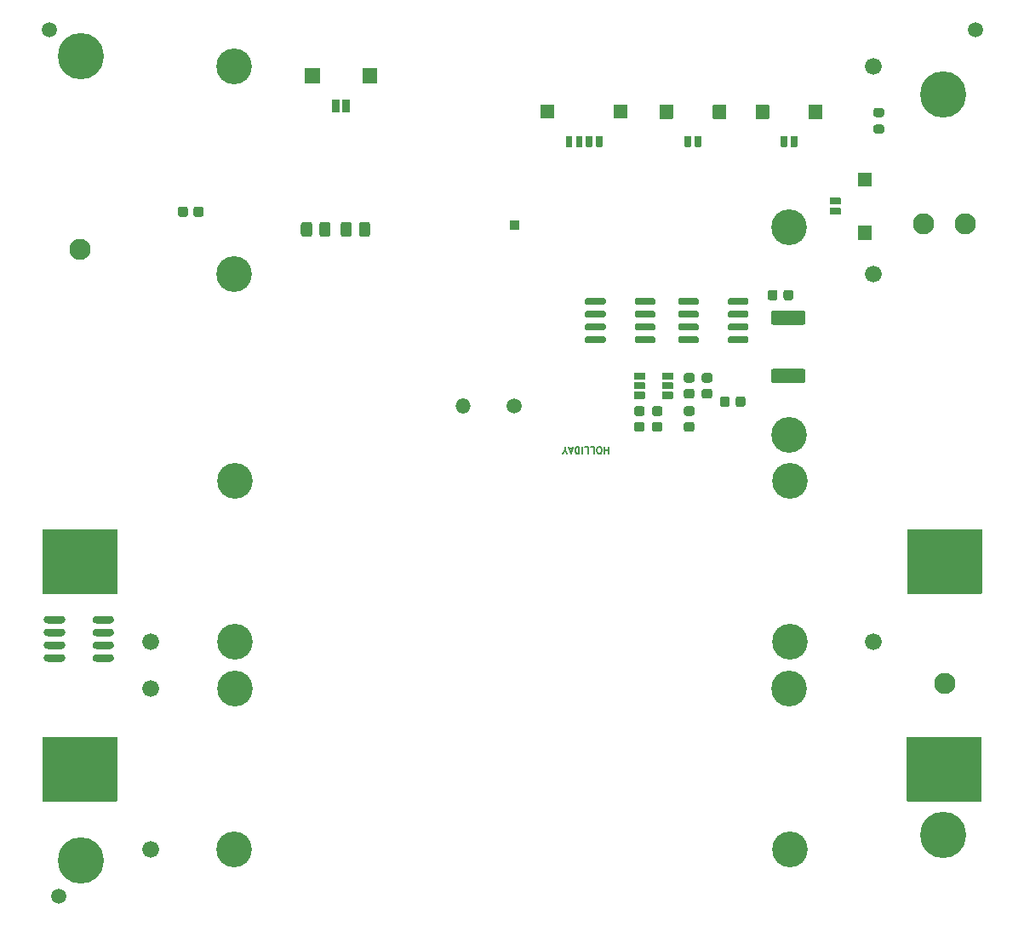
<source format=gts>
%TF.GenerationSoftware,KiCad,Pcbnew,(5.1.9)-1*%
%TF.CreationDate,2022-01-06T16:33:17-10:00*%
%TF.ProjectId,batteryboard,62617474-6572-4796-926f-6172642e6b69,rev?*%
%TF.SameCoordinates,Original*%
%TF.FileFunction,Soldermask,Top*%
%TF.FilePolarity,Negative*%
%FSLAX46Y46*%
G04 Gerber Fmt 4.6, Leading zero omitted, Abs format (unit mm)*
G04 Created by KiCad (PCBNEW (5.1.9)-1) date 2022-01-06 16:33:17*
%MOMM*%
%LPD*%
G01*
G04 APERTURE LIST*
%ADD10C,0.175000*%
%ADD11C,0.010000*%
%ADD12C,1.671600*%
%ADD13C,3.551600*%
%ADD14C,4.601600*%
%ADD15C,1.500000*%
%ADD16O,1.501600X1.501600*%
%ADD17C,1.501600*%
%ADD18C,2.101600*%
G04 APERTURE END LIST*
D10*
X110741020Y-97757813D02*
X110741020Y-98457813D01*
X110741020Y-98124480D02*
X110341020Y-98124480D01*
X110341020Y-97757813D02*
X110341020Y-98457813D01*
X109874353Y-98457813D02*
X109741020Y-98457813D01*
X109674353Y-98424480D01*
X109607686Y-98357813D01*
X109574353Y-98224480D01*
X109574353Y-97991146D01*
X109607686Y-97857813D01*
X109674353Y-97791146D01*
X109741020Y-97757813D01*
X109874353Y-97757813D01*
X109941020Y-97791146D01*
X110007686Y-97857813D01*
X110041020Y-97991146D01*
X110041020Y-98224480D01*
X110007686Y-98357813D01*
X109941020Y-98424480D01*
X109874353Y-98457813D01*
X108941020Y-97757813D02*
X109274353Y-97757813D01*
X109274353Y-98457813D01*
X108374353Y-97757813D02*
X108707686Y-97757813D01*
X108707686Y-98457813D01*
X108141020Y-97757813D02*
X108141020Y-98457813D01*
X107807686Y-97757813D02*
X107807686Y-98457813D01*
X107641020Y-98457813D01*
X107541020Y-98424480D01*
X107474353Y-98357813D01*
X107441020Y-98291146D01*
X107407686Y-98157813D01*
X107407686Y-98057813D01*
X107441020Y-97924480D01*
X107474353Y-97857813D01*
X107541020Y-97791146D01*
X107641020Y-97757813D01*
X107807686Y-97757813D01*
X107141020Y-97957813D02*
X106807686Y-97957813D01*
X107207686Y-97757813D02*
X106974353Y-98457813D01*
X106741020Y-97757813D01*
X106374353Y-98091146D02*
X106374353Y-97757813D01*
X106607686Y-98457813D02*
X106374353Y-98091146D01*
X106141020Y-98457813D01*
D11*
G36*
X84222800Y-63220300D02*
G01*
X84925200Y-63220300D01*
X84925200Y-64372700D01*
X84222800Y-64372700D01*
X84222800Y-63220300D01*
G37*
X84222800Y-63220300D02*
X84925200Y-63220300D01*
X84925200Y-64372700D01*
X84222800Y-64372700D01*
X84222800Y-63220300D01*
G36*
X86242800Y-60080300D02*
G01*
X87655200Y-60080300D01*
X87655200Y-61532700D01*
X86242800Y-61532700D01*
X86242800Y-60080300D01*
G37*
X86242800Y-60080300D02*
X87655200Y-60080300D01*
X87655200Y-61532700D01*
X86242800Y-61532700D01*
X86242800Y-60080300D01*
G36*
X83222800Y-63220300D02*
G01*
X83925200Y-63220300D01*
X83925200Y-64372700D01*
X83222800Y-64372700D01*
X83222800Y-63220300D01*
G37*
X83222800Y-63220300D02*
X83925200Y-63220300D01*
X83925200Y-64372700D01*
X83222800Y-64372700D01*
X83222800Y-63220300D01*
G36*
X80492800Y-60080300D02*
G01*
X81905200Y-60080300D01*
X81905200Y-61532700D01*
X80492800Y-61532700D01*
X80492800Y-60080300D01*
G37*
X80492800Y-60080300D02*
X81905200Y-60080300D01*
X81905200Y-61532700D01*
X80492800Y-61532700D01*
X80492800Y-60080300D01*
G36*
G01*
X83073300Y-75660479D02*
X83073300Y-76612521D01*
G75*
G02*
X82798521Y-76887300I-274779J0D01*
G01*
X82221479Y-76887300D01*
G75*
G02*
X81946700Y-76612521I0J274779D01*
G01*
X81946700Y-75660479D01*
G75*
G02*
X82221479Y-75385700I274779J0D01*
G01*
X82798521Y-75385700D01*
G75*
G02*
X83073300Y-75660479I0J-274779D01*
G01*
G37*
G36*
G01*
X81248300Y-75660479D02*
X81248300Y-76612521D01*
G75*
G02*
X80973521Y-76887300I-274779J0D01*
G01*
X80396479Y-76887300D01*
G75*
G02*
X80121700Y-76612521I0J274779D01*
G01*
X80121700Y-75660479D01*
G75*
G02*
X80396479Y-75385700I274779J0D01*
G01*
X80973521Y-75385700D01*
G75*
G02*
X81248300Y-75660479I0J-274779D01*
G01*
G37*
G36*
G01*
X87010300Y-75660479D02*
X87010300Y-76612521D01*
G75*
G02*
X86735521Y-76887300I-274779J0D01*
G01*
X86158479Y-76887300D01*
G75*
G02*
X85883700Y-76612521I0J274779D01*
G01*
X85883700Y-75660479D01*
G75*
G02*
X86158479Y-75385700I274779J0D01*
G01*
X86735521Y-75385700D01*
G75*
G02*
X87010300Y-75660479I0J-274779D01*
G01*
G37*
G36*
G01*
X85185300Y-75660479D02*
X85185300Y-76612521D01*
G75*
G02*
X84910521Y-76887300I-274779J0D01*
G01*
X84333479Y-76887300D01*
G75*
G02*
X84058700Y-76612521I0J274779D01*
G01*
X84058700Y-75660479D01*
G75*
G02*
X84333479Y-75385700I274779J0D01*
G01*
X84910521Y-75385700D01*
G75*
G02*
X85185300Y-75660479I0J-274779D01*
G01*
G37*
D12*
X137047400Y-80569800D03*
D13*
X128717400Y-96569800D03*
X73517400Y-80569800D03*
D12*
X137047400Y-59919600D03*
D13*
X128717400Y-75919600D03*
X73517400Y-59919600D03*
D14*
X144005300Y-62689900D03*
X144005300Y-136349900D03*
X58280300Y-58889900D03*
X58280300Y-138889900D03*
D12*
X137072800Y-117194600D03*
D13*
X128742800Y-101194600D03*
X73542800Y-117194600D03*
G36*
G01*
X147812800Y-112420400D02*
X140472800Y-112420400D01*
G75*
G02*
X140422000Y-112369600I0J50800D01*
G01*
X140422000Y-106019600D01*
G75*
G02*
X140472800Y-105968800I50800J0D01*
G01*
X147812800Y-105968800D01*
G75*
G02*
X147863600Y-106019600I0J-50800D01*
G01*
X147863600Y-112369600D01*
G75*
G02*
X147812800Y-112420400I-50800J0D01*
G01*
G37*
G36*
G01*
X61812800Y-112420400D02*
X54472800Y-112420400D01*
G75*
G02*
X54422000Y-112369600I0J50800D01*
G01*
X54422000Y-106019600D01*
G75*
G02*
X54472800Y-105968800I50800J0D01*
G01*
X61812800Y-105968800D01*
G75*
G02*
X61863600Y-106019600I0J-50800D01*
G01*
X61863600Y-112369600D01*
G75*
G02*
X61812800Y-112420400I-50800J0D01*
G01*
G37*
D12*
X65187400Y-121844800D03*
D13*
X73517400Y-137844800D03*
X128717400Y-121844800D03*
G36*
G01*
X54447400Y-126619000D02*
X61787400Y-126619000D01*
G75*
G02*
X61838200Y-126669800I0J-50800D01*
G01*
X61838200Y-133019800D01*
G75*
G02*
X61787400Y-133070600I-50800J0D01*
G01*
X54447400Y-133070600D01*
G75*
G02*
X54396600Y-133019800I0J50800D01*
G01*
X54396600Y-126669800D01*
G75*
G02*
X54447400Y-126619000I50800J0D01*
G01*
G37*
G36*
G01*
X140447400Y-126619000D02*
X147787400Y-126619000D01*
G75*
G02*
X147838200Y-126669800I0J-50800D01*
G01*
X147838200Y-133019800D01*
G75*
G02*
X147787400Y-133070600I-50800J0D01*
G01*
X140447400Y-133070600D01*
G75*
G02*
X140396600Y-133019800I0J50800D01*
G01*
X140396600Y-126669800D01*
G75*
G02*
X140447400Y-126619000I50800J0D01*
G01*
G37*
D12*
X65212800Y-117194600D03*
D13*
X73542800Y-101194600D03*
X128742800Y-117194600D03*
D12*
X65212800Y-137844800D03*
D13*
X73542800Y-121844800D03*
X128742800Y-137844800D03*
D15*
X147193000Y-56261000D03*
X55118000Y-56261000D03*
X56007000Y-142494000D03*
D16*
X96266000Y-93726000D03*
D17*
X101346000Y-93726000D03*
G36*
G01*
X100870200Y-76117000D02*
X100870200Y-75267000D01*
G75*
G02*
X100921000Y-75216200I50800J0D01*
G01*
X101771000Y-75216200D01*
G75*
G02*
X101821800Y-75267000I0J-50800D01*
G01*
X101821800Y-76117000D01*
G75*
G02*
X101771000Y-76167800I-50800J0D01*
G01*
X100921000Y-76167800D01*
G75*
G02*
X100870200Y-76117000I0J50800D01*
G01*
G37*
D18*
X146177000Y-75565000D03*
X142062200Y-75565000D03*
X58166000Y-78105000D03*
X144145000Y-121285000D03*
G36*
G01*
X127526300Y-82395350D02*
X127526300Y-82958650D01*
G75*
G02*
X127282150Y-83202800I-244150J0D01*
G01*
X126793850Y-83202800D01*
G75*
G02*
X126549700Y-82958650I0J244150D01*
G01*
X126549700Y-82395350D01*
G75*
G02*
X126793850Y-82151200I244150J0D01*
G01*
X127282150Y-82151200D01*
G75*
G02*
X127526300Y-82395350I0J-244150D01*
G01*
G37*
G36*
G01*
X129101300Y-82395350D02*
X129101300Y-82958650D01*
G75*
G02*
X128857150Y-83202800I-244150J0D01*
G01*
X128368850Y-83202800D01*
G75*
G02*
X128124700Y-82958650I0J244150D01*
G01*
X128124700Y-82395350D01*
G75*
G02*
X128368850Y-82151200I244150J0D01*
G01*
X128857150Y-82151200D01*
G75*
G02*
X129101300Y-82395350I0J-244150D01*
G01*
G37*
G36*
G01*
X113510350Y-95295200D02*
X114073650Y-95295200D01*
G75*
G02*
X114317800Y-95539350I0J-244150D01*
G01*
X114317800Y-96027650D01*
G75*
G02*
X114073650Y-96271800I-244150J0D01*
G01*
X113510350Y-96271800D01*
G75*
G02*
X113266200Y-96027650I0J244150D01*
G01*
X113266200Y-95539350D01*
G75*
G02*
X113510350Y-95295200I244150J0D01*
G01*
G37*
G36*
G01*
X113510350Y-93720200D02*
X114073650Y-93720200D01*
G75*
G02*
X114317800Y-93964350I0J-244150D01*
G01*
X114317800Y-94452650D01*
G75*
G02*
X114073650Y-94696800I-244150J0D01*
G01*
X113510350Y-94696800D01*
G75*
G02*
X113266200Y-94452650I0J244150D01*
G01*
X113266200Y-93964350D01*
G75*
G02*
X113510350Y-93720200I244150J0D01*
G01*
G37*
G36*
G01*
X119026650Y-94696800D02*
X118463350Y-94696800D01*
G75*
G02*
X118219200Y-94452650I0J244150D01*
G01*
X118219200Y-93964350D01*
G75*
G02*
X118463350Y-93720200I244150J0D01*
G01*
X119026650Y-93720200D01*
G75*
G02*
X119270800Y-93964350I0J-244150D01*
G01*
X119270800Y-94452650D01*
G75*
G02*
X119026650Y-94696800I-244150J0D01*
G01*
G37*
G36*
G01*
X119026650Y-96271800D02*
X118463350Y-96271800D01*
G75*
G02*
X118219200Y-96027650I0J244150D01*
G01*
X118219200Y-95539350D01*
G75*
G02*
X118463350Y-95295200I244150J0D01*
G01*
X119026650Y-95295200D01*
G75*
G02*
X119270800Y-95539350I0J-244150D01*
G01*
X119270800Y-96027650D01*
G75*
G02*
X119026650Y-96271800I-244150J0D01*
G01*
G37*
G36*
G01*
X122763800Y-92999850D02*
X122763800Y-93563150D01*
G75*
G02*
X122519650Y-93807300I-244150J0D01*
G01*
X122031350Y-93807300D01*
G75*
G02*
X121787200Y-93563150I0J244150D01*
G01*
X121787200Y-92999850D01*
G75*
G02*
X122031350Y-92755700I244150J0D01*
G01*
X122519650Y-92755700D01*
G75*
G02*
X122763800Y-92999850I0J-244150D01*
G01*
G37*
G36*
G01*
X124338800Y-92999850D02*
X124338800Y-93563150D01*
G75*
G02*
X124094650Y-93807300I-244150J0D01*
G01*
X123606350Y-93807300D01*
G75*
G02*
X123362200Y-93563150I0J244150D01*
G01*
X123362200Y-92999850D01*
G75*
G02*
X123606350Y-92755700I244150J0D01*
G01*
X124094650Y-92755700D01*
G75*
G02*
X124338800Y-92999850I0J-244150D01*
G01*
G37*
G36*
G01*
X130044487Y-85646300D02*
X127130513Y-85646300D01*
G75*
G02*
X126861700Y-85377487I0J268813D01*
G01*
X126861700Y-84463513D01*
G75*
G02*
X127130513Y-84194700I268813J0D01*
G01*
X130044487Y-84194700D01*
G75*
G02*
X130313300Y-84463513I0J-268813D01*
G01*
X130313300Y-85377487D01*
G75*
G02*
X130044487Y-85646300I-268813J0D01*
G01*
G37*
G36*
G01*
X130044487Y-91446300D02*
X127130513Y-91446300D01*
G75*
G02*
X126861700Y-91177487I0J268813D01*
G01*
X126861700Y-90263513D01*
G75*
G02*
X127130513Y-89994700I268813J0D01*
G01*
X130044487Y-89994700D01*
G75*
G02*
X130313300Y-90263513I0J-268813D01*
G01*
X130313300Y-91177487D01*
G75*
G02*
X130044487Y-91446300I-268813J0D01*
G01*
G37*
G36*
G01*
X113336200Y-83487400D02*
X113336200Y-83136600D01*
G75*
G02*
X113511600Y-82961200I175400J0D01*
G01*
X115212400Y-82961200D01*
G75*
G02*
X115387800Y-83136600I0J-175400D01*
G01*
X115387800Y-83487400D01*
G75*
G02*
X115212400Y-83662800I-175400J0D01*
G01*
X113511600Y-83662800D01*
G75*
G02*
X113336200Y-83487400I0J175400D01*
G01*
G37*
G36*
G01*
X113336200Y-84757400D02*
X113336200Y-84406600D01*
G75*
G02*
X113511600Y-84231200I175400J0D01*
G01*
X115212400Y-84231200D01*
G75*
G02*
X115387800Y-84406600I0J-175400D01*
G01*
X115387800Y-84757400D01*
G75*
G02*
X115212400Y-84932800I-175400J0D01*
G01*
X113511600Y-84932800D01*
G75*
G02*
X113336200Y-84757400I0J175400D01*
G01*
G37*
G36*
G01*
X113336200Y-86027400D02*
X113336200Y-85676600D01*
G75*
G02*
X113511600Y-85501200I175400J0D01*
G01*
X115212400Y-85501200D01*
G75*
G02*
X115387800Y-85676600I0J-175400D01*
G01*
X115387800Y-86027400D01*
G75*
G02*
X115212400Y-86202800I-175400J0D01*
G01*
X113511600Y-86202800D01*
G75*
G02*
X113336200Y-86027400I0J175400D01*
G01*
G37*
G36*
G01*
X113336200Y-87297400D02*
X113336200Y-86946600D01*
G75*
G02*
X113511600Y-86771200I175400J0D01*
G01*
X115212400Y-86771200D01*
G75*
G02*
X115387800Y-86946600I0J-175400D01*
G01*
X115387800Y-87297400D01*
G75*
G02*
X115212400Y-87472800I-175400J0D01*
G01*
X113511600Y-87472800D01*
G75*
G02*
X113336200Y-87297400I0J175400D01*
G01*
G37*
G36*
G01*
X108386200Y-87297400D02*
X108386200Y-86946600D01*
G75*
G02*
X108561600Y-86771200I175400J0D01*
G01*
X110262400Y-86771200D01*
G75*
G02*
X110437800Y-86946600I0J-175400D01*
G01*
X110437800Y-87297400D01*
G75*
G02*
X110262400Y-87472800I-175400J0D01*
G01*
X108561600Y-87472800D01*
G75*
G02*
X108386200Y-87297400I0J175400D01*
G01*
G37*
G36*
G01*
X108386200Y-86027400D02*
X108386200Y-85676600D01*
G75*
G02*
X108561600Y-85501200I175400J0D01*
G01*
X110262400Y-85501200D01*
G75*
G02*
X110437800Y-85676600I0J-175400D01*
G01*
X110437800Y-86027400D01*
G75*
G02*
X110262400Y-86202800I-175400J0D01*
G01*
X108561600Y-86202800D01*
G75*
G02*
X108386200Y-86027400I0J175400D01*
G01*
G37*
G36*
G01*
X108386200Y-84757400D02*
X108386200Y-84406600D01*
G75*
G02*
X108561600Y-84231200I175400J0D01*
G01*
X110262400Y-84231200D01*
G75*
G02*
X110437800Y-84406600I0J-175400D01*
G01*
X110437800Y-84757400D01*
G75*
G02*
X110262400Y-84932800I-175400J0D01*
G01*
X108561600Y-84932800D01*
G75*
G02*
X108386200Y-84757400I0J175400D01*
G01*
G37*
G36*
G01*
X108386200Y-83487400D02*
X108386200Y-83136600D01*
G75*
G02*
X108561600Y-82961200I175400J0D01*
G01*
X110262400Y-82961200D01*
G75*
G02*
X110437800Y-83136600I0J-175400D01*
G01*
X110437800Y-83487400D01*
G75*
G02*
X110262400Y-83662800I-175400J0D01*
G01*
X108561600Y-83662800D01*
G75*
G02*
X108386200Y-83487400I0J175400D01*
G01*
G37*
G36*
G01*
X119708800Y-86946600D02*
X119708800Y-87297400D01*
G75*
G02*
X119533400Y-87472800I-175400J0D01*
G01*
X117832600Y-87472800D01*
G75*
G02*
X117657200Y-87297400I0J175400D01*
G01*
X117657200Y-86946600D01*
G75*
G02*
X117832600Y-86771200I175400J0D01*
G01*
X119533400Y-86771200D01*
G75*
G02*
X119708800Y-86946600I0J-175400D01*
G01*
G37*
G36*
G01*
X119708800Y-85676600D02*
X119708800Y-86027400D01*
G75*
G02*
X119533400Y-86202800I-175400J0D01*
G01*
X117832600Y-86202800D01*
G75*
G02*
X117657200Y-86027400I0J175400D01*
G01*
X117657200Y-85676600D01*
G75*
G02*
X117832600Y-85501200I175400J0D01*
G01*
X119533400Y-85501200D01*
G75*
G02*
X119708800Y-85676600I0J-175400D01*
G01*
G37*
G36*
G01*
X119708800Y-84406600D02*
X119708800Y-84757400D01*
G75*
G02*
X119533400Y-84932800I-175400J0D01*
G01*
X117832600Y-84932800D01*
G75*
G02*
X117657200Y-84757400I0J175400D01*
G01*
X117657200Y-84406600D01*
G75*
G02*
X117832600Y-84231200I175400J0D01*
G01*
X119533400Y-84231200D01*
G75*
G02*
X119708800Y-84406600I0J-175400D01*
G01*
G37*
G36*
G01*
X119708800Y-83136600D02*
X119708800Y-83487400D01*
G75*
G02*
X119533400Y-83662800I-175400J0D01*
G01*
X117832600Y-83662800D01*
G75*
G02*
X117657200Y-83487400I0J175400D01*
G01*
X117657200Y-83136600D01*
G75*
G02*
X117832600Y-82961200I175400J0D01*
G01*
X119533400Y-82961200D01*
G75*
G02*
X119708800Y-83136600I0J-175400D01*
G01*
G37*
G36*
G01*
X124658800Y-83136600D02*
X124658800Y-83487400D01*
G75*
G02*
X124483400Y-83662800I-175400J0D01*
G01*
X122782600Y-83662800D01*
G75*
G02*
X122607200Y-83487400I0J175400D01*
G01*
X122607200Y-83136600D01*
G75*
G02*
X122782600Y-82961200I175400J0D01*
G01*
X124483400Y-82961200D01*
G75*
G02*
X124658800Y-83136600I0J-175400D01*
G01*
G37*
G36*
G01*
X124658800Y-84406600D02*
X124658800Y-84757400D01*
G75*
G02*
X124483400Y-84932800I-175400J0D01*
G01*
X122782600Y-84932800D01*
G75*
G02*
X122607200Y-84757400I0J175400D01*
G01*
X122607200Y-84406600D01*
G75*
G02*
X122782600Y-84231200I175400J0D01*
G01*
X124483400Y-84231200D01*
G75*
G02*
X124658800Y-84406600I0J-175400D01*
G01*
G37*
G36*
G01*
X124658800Y-85676600D02*
X124658800Y-86027400D01*
G75*
G02*
X124483400Y-86202800I-175400J0D01*
G01*
X122782600Y-86202800D01*
G75*
G02*
X122607200Y-86027400I0J175400D01*
G01*
X122607200Y-85676600D01*
G75*
G02*
X122782600Y-85501200I175400J0D01*
G01*
X124483400Y-85501200D01*
G75*
G02*
X124658800Y-85676600I0J-175400D01*
G01*
G37*
G36*
G01*
X124658800Y-86946600D02*
X124658800Y-87297400D01*
G75*
G02*
X124483400Y-87472800I-175400J0D01*
G01*
X122782600Y-87472800D01*
G75*
G02*
X122607200Y-87297400I0J175400D01*
G01*
X122607200Y-86946600D01*
G75*
G02*
X122782600Y-86771200I175400J0D01*
G01*
X124483400Y-86771200D01*
G75*
G02*
X124658800Y-86946600I0J-175400D01*
G01*
G37*
G36*
G01*
X115288350Y-95295200D02*
X115851650Y-95295200D01*
G75*
G02*
X116095800Y-95539350I0J-244150D01*
G01*
X116095800Y-96027650D01*
G75*
G02*
X115851650Y-96271800I-244150J0D01*
G01*
X115288350Y-96271800D01*
G75*
G02*
X115044200Y-96027650I0J244150D01*
G01*
X115044200Y-95539350D01*
G75*
G02*
X115288350Y-95295200I244150J0D01*
G01*
G37*
G36*
G01*
X115288350Y-93720200D02*
X115851650Y-93720200D01*
G75*
G02*
X116095800Y-93964350I0J-244150D01*
G01*
X116095800Y-94452650D01*
G75*
G02*
X115851650Y-94696800I-244150J0D01*
G01*
X115288350Y-94696800D01*
G75*
G02*
X115044200Y-94452650I0J244150D01*
G01*
X115044200Y-93964350D01*
G75*
G02*
X115288350Y-93720200I244150J0D01*
G01*
G37*
G36*
G01*
X118463350Y-91993200D02*
X119026650Y-91993200D01*
G75*
G02*
X119270800Y-92237350I0J-244150D01*
G01*
X119270800Y-92725650D01*
G75*
G02*
X119026650Y-92969800I-244150J0D01*
G01*
X118463350Y-92969800D01*
G75*
G02*
X118219200Y-92725650I0J244150D01*
G01*
X118219200Y-92237350D01*
G75*
G02*
X118463350Y-91993200I244150J0D01*
G01*
G37*
G36*
G01*
X118463350Y-90418200D02*
X119026650Y-90418200D01*
G75*
G02*
X119270800Y-90662350I0J-244150D01*
G01*
X119270800Y-91150650D01*
G75*
G02*
X119026650Y-91394800I-244150J0D01*
G01*
X118463350Y-91394800D01*
G75*
G02*
X118219200Y-91150650I0J244150D01*
G01*
X118219200Y-90662350D01*
G75*
G02*
X118463350Y-90418200I244150J0D01*
G01*
G37*
G36*
G01*
X120241350Y-91993200D02*
X120804650Y-91993200D01*
G75*
G02*
X121048800Y-92237350I0J-244150D01*
G01*
X121048800Y-92725650D01*
G75*
G02*
X120804650Y-92969800I-244150J0D01*
G01*
X120241350Y-92969800D01*
G75*
G02*
X119997200Y-92725650I0J244150D01*
G01*
X119997200Y-92237350D01*
G75*
G02*
X120241350Y-91993200I244150J0D01*
G01*
G37*
G36*
G01*
X120241350Y-90418200D02*
X120804650Y-90418200D01*
G75*
G02*
X121048800Y-90662350I0J-244150D01*
G01*
X121048800Y-91150650D01*
G75*
G02*
X120804650Y-91394800I-244150J0D01*
G01*
X120241350Y-91394800D01*
G75*
G02*
X119997200Y-91150650I0J244150D01*
G01*
X119997200Y-90662350D01*
G75*
G02*
X120241350Y-90418200I244150J0D01*
G01*
G37*
G36*
G01*
X117089000Y-91094800D02*
X116089000Y-91094800D01*
G75*
G02*
X116038200Y-91044000I0J50800D01*
G01*
X116038200Y-90444000D01*
G75*
G02*
X116089000Y-90393200I50800J0D01*
G01*
X117089000Y-90393200D01*
G75*
G02*
X117139800Y-90444000I0J-50800D01*
G01*
X117139800Y-91044000D01*
G75*
G02*
X117089000Y-91094800I-50800J0D01*
G01*
G37*
G36*
G01*
X117089000Y-92044800D02*
X116089000Y-92044800D01*
G75*
G02*
X116038200Y-91994000I0J50800D01*
G01*
X116038200Y-91394000D01*
G75*
G02*
X116089000Y-91343200I50800J0D01*
G01*
X117089000Y-91343200D01*
G75*
G02*
X117139800Y-91394000I0J-50800D01*
G01*
X117139800Y-91994000D01*
G75*
G02*
X117089000Y-92044800I-50800J0D01*
G01*
G37*
G36*
G01*
X117089000Y-92994800D02*
X116089000Y-92994800D01*
G75*
G02*
X116038200Y-92944000I0J50800D01*
G01*
X116038200Y-92344000D01*
G75*
G02*
X116089000Y-92293200I50800J0D01*
G01*
X117089000Y-92293200D01*
G75*
G02*
X117139800Y-92344000I0J-50800D01*
G01*
X117139800Y-92944000D01*
G75*
G02*
X117089000Y-92994800I-50800J0D01*
G01*
G37*
G36*
G01*
X114289000Y-92994800D02*
X113289000Y-92994800D01*
G75*
G02*
X113238200Y-92944000I0J50800D01*
G01*
X113238200Y-92344000D01*
G75*
G02*
X113289000Y-92293200I50800J0D01*
G01*
X114289000Y-92293200D01*
G75*
G02*
X114339800Y-92344000I0J-50800D01*
G01*
X114339800Y-92944000D01*
G75*
G02*
X114289000Y-92994800I-50800J0D01*
G01*
G37*
G36*
G01*
X114289000Y-92044800D02*
X113289000Y-92044800D01*
G75*
G02*
X113238200Y-91994000I0J50800D01*
G01*
X113238200Y-91394000D01*
G75*
G02*
X113289000Y-91343200I50800J0D01*
G01*
X114289000Y-91343200D01*
G75*
G02*
X114339800Y-91394000I0J-50800D01*
G01*
X114339800Y-91994000D01*
G75*
G02*
X114289000Y-92044800I-50800J0D01*
G01*
G37*
G36*
G01*
X114289000Y-91094800D02*
X113289000Y-91094800D01*
G75*
G02*
X113238200Y-91044000I0J50800D01*
G01*
X113238200Y-90444000D01*
G75*
G02*
X113289000Y-90393200I50800J0D01*
G01*
X114289000Y-90393200D01*
G75*
G02*
X114339800Y-90444000I0J-50800D01*
G01*
X114339800Y-91044000D01*
G75*
G02*
X114289000Y-91094800I-50800J0D01*
G01*
G37*
G36*
G01*
X126700800Y-63800000D02*
X126700800Y-65100000D01*
G75*
G02*
X126650000Y-65150800I-50800J0D01*
G01*
X125390000Y-65150800D01*
G75*
G02*
X125339200Y-65100000I0J50800D01*
G01*
X125339200Y-63800000D01*
G75*
G02*
X125390000Y-63749200I50800J0D01*
G01*
X126650000Y-63749200D01*
G75*
G02*
X126700800Y-63800000I0J-50800D01*
G01*
G37*
G36*
G01*
X128495800Y-66880000D02*
X128495800Y-67880000D01*
G75*
G02*
X128445000Y-67930800I-50800J0D01*
G01*
X127895000Y-67930800D01*
G75*
G02*
X127844200Y-67880000I0J50800D01*
G01*
X127844200Y-66880000D01*
G75*
G02*
X127895000Y-66829200I50800J0D01*
G01*
X128445000Y-66829200D01*
G75*
G02*
X128495800Y-66880000I0J-50800D01*
G01*
G37*
G36*
G01*
X132000800Y-63800000D02*
X132000800Y-65100000D01*
G75*
G02*
X131950000Y-65150800I-50800J0D01*
G01*
X130690000Y-65150800D01*
G75*
G02*
X130639200Y-65100000I0J50800D01*
G01*
X130639200Y-63800000D01*
G75*
G02*
X130690000Y-63749200I50800J0D01*
G01*
X131950000Y-63749200D01*
G75*
G02*
X132000800Y-63800000I0J-50800D01*
G01*
G37*
G36*
G01*
X129495800Y-66880000D02*
X129495800Y-67880000D01*
G75*
G02*
X129445000Y-67930800I-50800J0D01*
G01*
X128895000Y-67930800D01*
G75*
G02*
X128844200Y-67880000I0J50800D01*
G01*
X128844200Y-66880000D01*
G75*
G02*
X128895000Y-66829200I50800J0D01*
G01*
X129445000Y-66829200D01*
G75*
G02*
X129495800Y-66880000I0J-50800D01*
G01*
G37*
G36*
G01*
X119945800Y-66880000D02*
X119945800Y-67880000D01*
G75*
G02*
X119895000Y-67930800I-50800J0D01*
G01*
X119345000Y-67930800D01*
G75*
G02*
X119294200Y-67880000I0J50800D01*
G01*
X119294200Y-66880000D01*
G75*
G02*
X119345000Y-66829200I50800J0D01*
G01*
X119895000Y-66829200D01*
G75*
G02*
X119945800Y-66880000I0J-50800D01*
G01*
G37*
G36*
G01*
X122450800Y-63800000D02*
X122450800Y-65100000D01*
G75*
G02*
X122400000Y-65150800I-50800J0D01*
G01*
X121140000Y-65150800D01*
G75*
G02*
X121089200Y-65100000I0J50800D01*
G01*
X121089200Y-63800000D01*
G75*
G02*
X121140000Y-63749200I50800J0D01*
G01*
X122400000Y-63749200D01*
G75*
G02*
X122450800Y-63800000I0J-50800D01*
G01*
G37*
G36*
G01*
X118945800Y-66880000D02*
X118945800Y-67880000D01*
G75*
G02*
X118895000Y-67930800I-50800J0D01*
G01*
X118345000Y-67930800D01*
G75*
G02*
X118294200Y-67880000I0J50800D01*
G01*
X118294200Y-66880000D01*
G75*
G02*
X118345000Y-66829200I50800J0D01*
G01*
X118895000Y-66829200D01*
G75*
G02*
X118945800Y-66880000I0J-50800D01*
G01*
G37*
G36*
G01*
X117150800Y-63800000D02*
X117150800Y-65100000D01*
G75*
G02*
X117100000Y-65150800I-50800J0D01*
G01*
X115840000Y-65150800D01*
G75*
G02*
X115789200Y-65100000I0J50800D01*
G01*
X115789200Y-63800000D01*
G75*
G02*
X115840000Y-63749200I50800J0D01*
G01*
X117100000Y-63749200D01*
G75*
G02*
X117150800Y-63800000I0J-50800D01*
G01*
G37*
G36*
G01*
X112630800Y-63750001D02*
X112630800Y-65050001D01*
G75*
G02*
X112580000Y-65100801I-50800J0D01*
G01*
X111320000Y-65100801D01*
G75*
G02*
X111269200Y-65050001I0J50800D01*
G01*
X111269200Y-63750001D01*
G75*
G02*
X111320000Y-63699201I50800J0D01*
G01*
X112580000Y-63699201D01*
G75*
G02*
X112630800Y-63750001I0J-50800D01*
G01*
G37*
G36*
G01*
X110125800Y-66880001D02*
X110125800Y-67880001D01*
G75*
G02*
X110075000Y-67930801I-50800J0D01*
G01*
X109525000Y-67930801D01*
G75*
G02*
X109474200Y-67880001I0J50800D01*
G01*
X109474200Y-66880001D01*
G75*
G02*
X109525000Y-66829201I50800J0D01*
G01*
X110075000Y-66829201D01*
G75*
G02*
X110125800Y-66880001I0J-50800D01*
G01*
G37*
G36*
G01*
X105330800Y-63750001D02*
X105330800Y-65050001D01*
G75*
G02*
X105280000Y-65100801I-50800J0D01*
G01*
X104020000Y-65100801D01*
G75*
G02*
X103969200Y-65050001I0J50800D01*
G01*
X103969200Y-63750001D01*
G75*
G02*
X104020000Y-63699201I50800J0D01*
G01*
X105280000Y-63699201D01*
G75*
G02*
X105330800Y-63750001I0J-50800D01*
G01*
G37*
G36*
G01*
X109125800Y-66880001D02*
X109125800Y-67880001D01*
G75*
G02*
X109075000Y-67930801I-50800J0D01*
G01*
X108525000Y-67930801D01*
G75*
G02*
X108474200Y-67880001I0J50800D01*
G01*
X108474200Y-66880001D01*
G75*
G02*
X108525000Y-66829201I50800J0D01*
G01*
X109075000Y-66829201D01*
G75*
G02*
X109125800Y-66880001I0J-50800D01*
G01*
G37*
G36*
G01*
X108125800Y-66880001D02*
X108125800Y-67880001D01*
G75*
G02*
X108075000Y-67930801I-50800J0D01*
G01*
X107525000Y-67930801D01*
G75*
G02*
X107474200Y-67880001I0J50800D01*
G01*
X107474200Y-66880001D01*
G75*
G02*
X107525000Y-66829201I50800J0D01*
G01*
X108075000Y-66829201D01*
G75*
G02*
X108125800Y-66880001I0J-50800D01*
G01*
G37*
G36*
G01*
X107125800Y-66880001D02*
X107125800Y-67880001D01*
G75*
G02*
X107075000Y-67930801I-50800J0D01*
G01*
X106525000Y-67930801D01*
G75*
G02*
X106474200Y-67880001I0J50800D01*
G01*
X106474200Y-66880001D01*
G75*
G02*
X106525000Y-66829201I50800J0D01*
G01*
X107075000Y-66829201D01*
G75*
G02*
X107125800Y-66880001I0J-50800D01*
G01*
G37*
G36*
G01*
X136860000Y-71860800D02*
X135560000Y-71860800D01*
G75*
G02*
X135509200Y-71810000I0J50800D01*
G01*
X135509200Y-70550000D01*
G75*
G02*
X135560000Y-70499200I50800J0D01*
G01*
X136860000Y-70499200D01*
G75*
G02*
X136910800Y-70550000I0J-50800D01*
G01*
X136910800Y-71810000D01*
G75*
G02*
X136860000Y-71860800I-50800J0D01*
G01*
G37*
G36*
G01*
X133780000Y-73655800D02*
X132780000Y-73655800D01*
G75*
G02*
X132729200Y-73605000I0J50800D01*
G01*
X132729200Y-73055000D01*
G75*
G02*
X132780000Y-73004200I50800J0D01*
G01*
X133780000Y-73004200D01*
G75*
G02*
X133830800Y-73055000I0J-50800D01*
G01*
X133830800Y-73605000D01*
G75*
G02*
X133780000Y-73655800I-50800J0D01*
G01*
G37*
G36*
G01*
X136860000Y-77160800D02*
X135560000Y-77160800D01*
G75*
G02*
X135509200Y-77110000I0J50800D01*
G01*
X135509200Y-75850000D01*
G75*
G02*
X135560000Y-75799200I50800J0D01*
G01*
X136860000Y-75799200D01*
G75*
G02*
X136910800Y-75850000I0J-50800D01*
G01*
X136910800Y-77110000D01*
G75*
G02*
X136860000Y-77160800I-50800J0D01*
G01*
G37*
G36*
G01*
X133780000Y-74655800D02*
X132780000Y-74655800D01*
G75*
G02*
X132729200Y-74605000I0J50800D01*
G01*
X132729200Y-74055000D01*
G75*
G02*
X132780000Y-74004200I50800J0D01*
G01*
X133780000Y-74004200D01*
G75*
G02*
X133830800Y-74055000I0J-50800D01*
G01*
X133830800Y-74605000D01*
G75*
G02*
X133780000Y-74655800I-50800J0D01*
G01*
G37*
G36*
G01*
X69440200Y-74663251D02*
X69440200Y-74112451D01*
G75*
G02*
X69690600Y-73862051I250400J0D01*
G01*
X70191400Y-73862051D01*
G75*
G02*
X70441800Y-74112451I0J-250400D01*
G01*
X70441800Y-74663251D01*
G75*
G02*
X70191400Y-74913651I-250400J0D01*
G01*
X69690600Y-74913651D01*
G75*
G02*
X69440200Y-74663251I0J250400D01*
G01*
G37*
G36*
G01*
X67890200Y-74663251D02*
X67890200Y-74112451D01*
G75*
G02*
X68140600Y-73862051I250400J0D01*
G01*
X68641400Y-73862051D01*
G75*
G02*
X68891800Y-74112451I0J-250400D01*
G01*
X68891800Y-74663251D01*
G75*
G02*
X68641400Y-74913651I-250400J0D01*
G01*
X68140600Y-74913651D01*
G75*
G02*
X67890200Y-74663251I0J250400D01*
G01*
G37*
G36*
G01*
X56701801Y-118774001D02*
X56701801Y-118774001D01*
G75*
G02*
X56321001Y-119154801I-380800J0D01*
G01*
X54911001Y-119154801D01*
G75*
G02*
X54530201Y-118774001I0J380800D01*
G01*
X54530201Y-118774001D01*
G75*
G02*
X54911001Y-118393201I380800J0D01*
G01*
X56321001Y-118393201D01*
G75*
G02*
X56701801Y-118774001I0J-380800D01*
G01*
G37*
G36*
G01*
X56701801Y-117504001D02*
X56701801Y-117504001D01*
G75*
G02*
X56321001Y-117884801I-380800J0D01*
G01*
X54911001Y-117884801D01*
G75*
G02*
X54530201Y-117504001I0J380800D01*
G01*
X54530201Y-117504001D01*
G75*
G02*
X54911001Y-117123201I380800J0D01*
G01*
X56321001Y-117123201D01*
G75*
G02*
X56701801Y-117504001I0J-380800D01*
G01*
G37*
G36*
G01*
X56701801Y-116234001D02*
X56701801Y-116234001D01*
G75*
G02*
X56321001Y-116614801I-380800J0D01*
G01*
X54911001Y-116614801D01*
G75*
G02*
X54530201Y-116234001I0J380800D01*
G01*
X54530201Y-116234001D01*
G75*
G02*
X54911001Y-115853201I380800J0D01*
G01*
X56321001Y-115853201D01*
G75*
G02*
X56701801Y-116234001I0J-380800D01*
G01*
G37*
G36*
G01*
X56701801Y-114964001D02*
X56701801Y-114964001D01*
G75*
G02*
X56321001Y-115344801I-380800J0D01*
G01*
X54911001Y-115344801D01*
G75*
G02*
X54530201Y-114964001I0J380800D01*
G01*
X54530201Y-114964001D01*
G75*
G02*
X54911001Y-114583201I380800J0D01*
G01*
X56321001Y-114583201D01*
G75*
G02*
X56701801Y-114964001I0J-380800D01*
G01*
G37*
G36*
G01*
X61551801Y-114964001D02*
X61551801Y-114964001D01*
G75*
G02*
X61171001Y-115344801I-380800J0D01*
G01*
X59761001Y-115344801D01*
G75*
G02*
X59380201Y-114964001I0J380800D01*
G01*
X59380201Y-114964001D01*
G75*
G02*
X59761001Y-114583201I380800J0D01*
G01*
X61171001Y-114583201D01*
G75*
G02*
X61551801Y-114964001I0J-380800D01*
G01*
G37*
G36*
G01*
X61551801Y-116234001D02*
X61551801Y-116234001D01*
G75*
G02*
X61171001Y-116614801I-380800J0D01*
G01*
X59761001Y-116614801D01*
G75*
G02*
X59380201Y-116234001I0J380800D01*
G01*
X59380201Y-116234001D01*
G75*
G02*
X59761001Y-115853201I380800J0D01*
G01*
X61171001Y-115853201D01*
G75*
G02*
X61551801Y-116234001I0J-380800D01*
G01*
G37*
G36*
G01*
X61551801Y-117504001D02*
X61551801Y-117504001D01*
G75*
G02*
X61171001Y-117884801I-380800J0D01*
G01*
X59761001Y-117884801D01*
G75*
G02*
X59380201Y-117504001I0J380800D01*
G01*
X59380201Y-117504001D01*
G75*
G02*
X59761001Y-117123201I380800J0D01*
G01*
X61171001Y-117123201D01*
G75*
G02*
X61551801Y-117504001I0J-380800D01*
G01*
G37*
G36*
G01*
X61551801Y-118774001D02*
X61551801Y-118774001D01*
G75*
G02*
X61171001Y-119154801I-380800J0D01*
G01*
X59761001Y-119154801D01*
G75*
G02*
X59380201Y-118774001I0J380800D01*
G01*
X59380201Y-118774001D01*
G75*
G02*
X59761001Y-118393201I380800J0D01*
G01*
X61171001Y-118393201D01*
G75*
G02*
X61551801Y-118774001I0J-380800D01*
G01*
G37*
G36*
G01*
X137904900Y-66617300D02*
X137304100Y-66617300D01*
G75*
G02*
X137078700Y-66391900I0J225400D01*
G01*
X137078700Y-65941100D01*
G75*
G02*
X137304100Y-65715700I225400J0D01*
G01*
X137904900Y-65715700D01*
G75*
G02*
X138130300Y-65941100I0J-225400D01*
G01*
X138130300Y-66391900D01*
G75*
G02*
X137904900Y-66617300I-225400J0D01*
G01*
G37*
G36*
G01*
X137904900Y-64967300D02*
X137304100Y-64967300D01*
G75*
G02*
X137078700Y-64741900I0J225400D01*
G01*
X137078700Y-64291100D01*
G75*
G02*
X137304100Y-64065700I225400J0D01*
G01*
X137904900Y-64065700D01*
G75*
G02*
X138130300Y-64291100I0J-225400D01*
G01*
X138130300Y-64741900D01*
G75*
G02*
X137904900Y-64967300I-225400J0D01*
G01*
G37*
M02*

</source>
